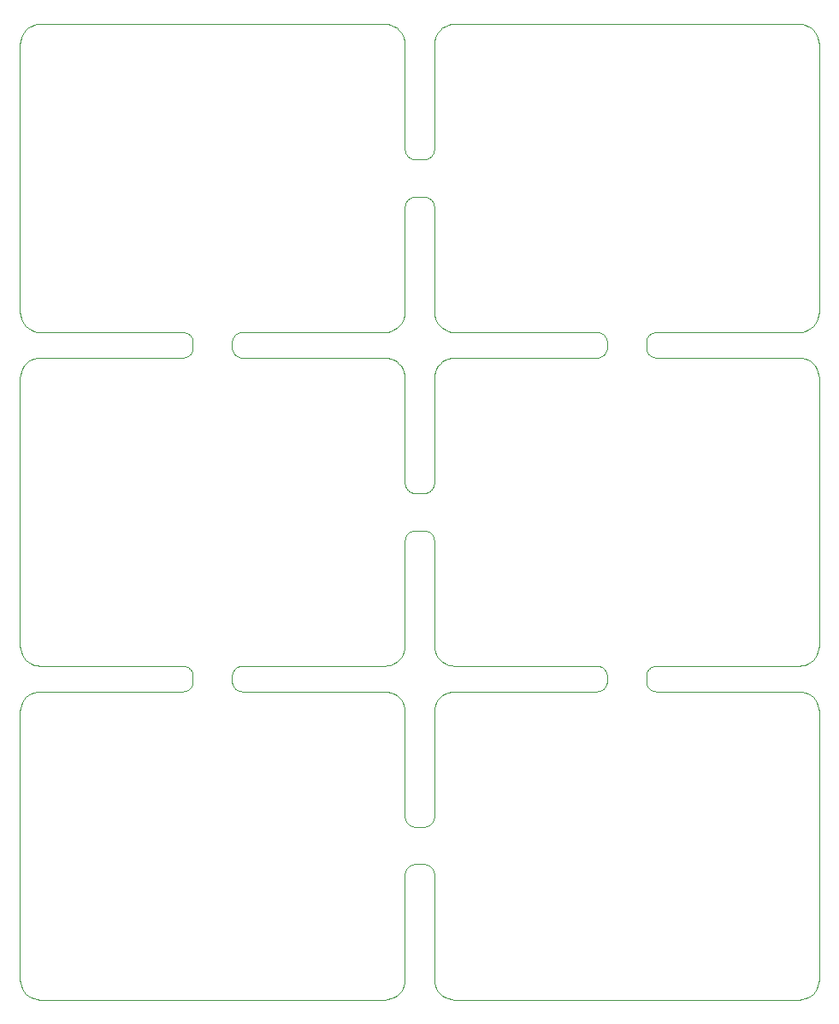
<source format=gko>
%MOIN*%
%OFA0B0*%
%FSLAX36Y36*%
%IPPOS*%
%LPD*%
%ADD10C,0*%
D10*
X001502519Y002550393D02*
X001502519Y002550393D01*
X001501549Y002562711D01*
X001498665Y002574726D01*
X001493936Y002586141D01*
X001487482Y002596675D01*
X001479456Y002606071D01*
X001470061Y002614096D01*
X001459526Y002620551D01*
X001448111Y002625280D01*
X001436096Y002628164D01*
X001423778Y002629133D01*
X000868326Y002629133D01*
X000865237Y002629255D01*
X000862167Y002629618D01*
X000859135Y002630221D01*
X000856160Y002631060D01*
X000853260Y002632130D01*
X000850452Y002633424D01*
X000847755Y002634935D01*
X000845185Y002636652D01*
X000842757Y002638566D01*
X000840487Y002640665D01*
X000838389Y002642935D01*
X000836475Y002645362D01*
X000834758Y002647933D01*
X000833247Y002650630D01*
X000831953Y002653437D01*
X000830883Y002656337D01*
X000830044Y002659313D01*
X000829441Y002662345D01*
X000829077Y002665414D01*
X000828956Y002668503D01*
X000828956Y002688976D01*
X000829077Y002692065D01*
X000829441Y002695135D01*
X000830044Y002698167D01*
X000830883Y002701142D01*
X000831953Y002704042D01*
X000833247Y002706850D01*
X000834758Y002709547D01*
X000836475Y002712117D01*
X000838389Y002714545D01*
X000840487Y002716815D01*
X000842757Y002718913D01*
X000845185Y002720827D01*
X000847755Y002722545D01*
X000850452Y002724055D01*
X000853260Y002725349D01*
X000856160Y002726419D01*
X000859135Y002727258D01*
X000862167Y002727861D01*
X000865237Y002728225D01*
X000868326Y002728346D01*
X001423778Y002728346D01*
X001436096Y002729316D01*
X001448111Y002732200D01*
X001459526Y002736928D01*
X001470061Y002743384D01*
X001479456Y002751408D01*
X001487482Y002760804D01*
X001493936Y002771339D01*
X001498665Y002782754D01*
X001501549Y002794769D01*
X001502519Y002807086D01*
X001502519Y003216038D01*
X001502641Y003219127D01*
X001503004Y003222196D01*
X001503607Y003225228D01*
X001504446Y003228204D01*
X001505516Y003231104D01*
X001506810Y003233911D01*
X001508321Y003236608D01*
X001510038Y003239179D01*
X001511952Y003241606D01*
X001514050Y003243876D01*
X001516321Y003245975D01*
X001518748Y003247889D01*
X001521319Y003249606D01*
X001524016Y003251117D01*
X001526823Y003252411D01*
X001529723Y003253481D01*
X001532699Y003254320D01*
X001535730Y003254923D01*
X001538800Y003255286D01*
X001541889Y003255408D01*
X001577322Y003255408D01*
X001580411Y003255286D01*
X001583481Y003254923D01*
X001586513Y003254320D01*
X001589488Y003253481D01*
X001592388Y003252411D01*
X001595196Y003251117D01*
X001597893Y003249606D01*
X001600463Y003247889D01*
X001602891Y003245975D01*
X001605161Y003243876D01*
X001607259Y003241606D01*
X001609173Y003239179D01*
X001610891Y003236608D01*
X001612401Y003233911D01*
X001613695Y003231104D01*
X001614765Y003228204D01*
X001615604Y003225228D01*
X001616208Y003222196D01*
X001616571Y003219127D01*
X001616692Y003216038D01*
X001616692Y002807086D01*
X001617662Y002794769D01*
X001620546Y002782754D01*
X001625274Y002771339D01*
X001631730Y002760804D01*
X001639755Y002751408D01*
X001649150Y002743384D01*
X001659685Y002736928D01*
X001671100Y002732200D01*
X001683115Y002729316D01*
X001695432Y002728346D01*
X002250886Y002728346D01*
X002253974Y002728225D01*
X002257044Y002727861D01*
X002260076Y002727258D01*
X002263052Y002726419D01*
X002265952Y002725349D01*
X002268759Y002724055D01*
X002271456Y002722545D01*
X002274027Y002720827D01*
X002276454Y002718913D01*
X002278724Y002716815D01*
X002280823Y002714545D01*
X002282737Y002712117D01*
X002284454Y002709547D01*
X002285965Y002706850D01*
X002287259Y002704042D01*
X002288329Y002701142D01*
X002289168Y002698167D01*
X002289771Y002695135D01*
X002290134Y002692065D01*
X002290256Y002688976D01*
X002290256Y002668503D01*
X002290134Y002665414D01*
X002289771Y002662345D01*
X002289168Y002659313D01*
X002288329Y002656337D01*
X002287259Y002653437D01*
X002285965Y002650630D01*
X002284454Y002647933D01*
X002282737Y002645362D01*
X002280823Y002642935D01*
X002278724Y002640665D01*
X002276454Y002638566D01*
X002274027Y002636652D01*
X002271456Y002634935D01*
X002268759Y002633424D01*
X002265952Y002632130D01*
X002263052Y002631060D01*
X002260076Y002630221D01*
X002257044Y002629618D01*
X002253974Y002629255D01*
X002250886Y002629133D01*
X001695432Y002629133D01*
X001683115Y002628164D01*
X001671100Y002625280D01*
X001659685Y002620551D01*
X001649150Y002614096D01*
X001639755Y002606071D01*
X001631730Y002596675D01*
X001625274Y002586140D01*
X001620546Y002574726D01*
X001617662Y002562711D01*
X001616692Y002550393D01*
X001616692Y002141442D01*
X001616571Y002138353D01*
X001616208Y002135283D01*
X001615604Y002132251D01*
X001614765Y002129276D01*
X001613695Y002126375D01*
X001612401Y002123568D01*
X001610891Y002120871D01*
X001609173Y002118301D01*
X001607259Y002115873D01*
X001605161Y002113603D01*
X001602891Y002111504D01*
X001600463Y002109591D01*
X001597893Y002107873D01*
X001595196Y002106363D01*
X001592388Y002105069D01*
X001589488Y002103999D01*
X001586513Y002103159D01*
X001583481Y002102556D01*
X001580411Y002102193D01*
X001577322Y002102072D01*
X001541889Y002102072D01*
X001538800Y002102193D01*
X001535730Y002102556D01*
X001532699Y002103159D01*
X001529723Y002103999D01*
X001526823Y002105069D01*
X001524016Y002106363D01*
X001521319Y002107873D01*
X001518748Y002109591D01*
X001516321Y002111504D01*
X001514050Y002113603D01*
X001511952Y002115873D01*
X001510038Y002118301D01*
X001508321Y002120871D01*
X001506810Y002123568D01*
X001505516Y002126375D01*
X001504446Y002129276D01*
X001503607Y002132251D01*
X001503004Y002135283D01*
X001502641Y002138353D01*
X001502519Y002141442D01*
X001502519Y002550393D01*
X001502519Y001251181D02*
X001502519Y001251181D01*
X001501549Y001263498D01*
X001498665Y001275513D01*
X001493936Y001286928D01*
X001487482Y001297463D01*
X001479456Y001306859D01*
X001470061Y001314883D01*
X001459526Y001321339D01*
X001448111Y001326067D01*
X001436096Y001328951D01*
X001423778Y001329921D01*
X000868326Y001329921D01*
X000865237Y001330042D01*
X000862167Y001330405D01*
X000859135Y001331009D01*
X000856160Y001331848D01*
X000853260Y001332918D01*
X000850452Y001334212D01*
X000847755Y001335722D01*
X000845185Y001337440D01*
X000842757Y001339354D01*
X000840487Y001341452D01*
X000838389Y001343722D01*
X000836475Y001346150D01*
X000834758Y001348720D01*
X000833247Y001351417D01*
X000831953Y001354225D01*
X000830883Y001357125D01*
X000830044Y001360100D01*
X000829441Y001363132D01*
X000829077Y001366202D01*
X000828956Y001369291D01*
X000828956Y001389763D01*
X000829077Y001392852D01*
X000829441Y001395922D01*
X000830044Y001398954D01*
X000830883Y001401929D01*
X000831953Y001404830D01*
X000833247Y001407637D01*
X000834758Y001410334D01*
X000836475Y001412905D01*
X000838389Y001415332D01*
X000840487Y001417602D01*
X000842757Y001419701D01*
X000845185Y001421614D01*
X000847755Y001423332D01*
X000850452Y001424842D01*
X000853260Y001426137D01*
X000856160Y001427207D01*
X000859135Y001428046D01*
X000862167Y001428649D01*
X000865237Y001429012D01*
X000868326Y001429133D01*
X001423778Y001429133D01*
X001436096Y001430103D01*
X001448111Y001432987D01*
X001459526Y001437716D01*
X001470061Y001444172D01*
X001479456Y001452196D01*
X001487482Y001461591D01*
X001493936Y001472127D01*
X001498665Y001483542D01*
X001501549Y001495556D01*
X001502519Y001507874D01*
X001502519Y001916825D01*
X001502641Y001919914D01*
X001503004Y001922984D01*
X001503607Y001926016D01*
X001504446Y001928991D01*
X001505516Y001931891D01*
X001506810Y001934699D01*
X001508321Y001937396D01*
X001510038Y001939966D01*
X001511952Y001942394D01*
X001514050Y001944664D01*
X001516321Y001946762D01*
X001518748Y001948676D01*
X001521319Y001950394D01*
X001524016Y001951904D01*
X001526823Y001953198D01*
X001529723Y001954268D01*
X001532699Y001955107D01*
X001535730Y001955710D01*
X001538800Y001956074D01*
X001541889Y001956195D01*
X001577322Y001956195D01*
X001580411Y001956074D01*
X001583481Y001955710D01*
X001586513Y001955107D01*
X001589488Y001954268D01*
X001592388Y001953198D01*
X001595196Y001951904D01*
X001597893Y001950394D01*
X001600463Y001948676D01*
X001602891Y001946762D01*
X001605161Y001944664D01*
X001607259Y001942394D01*
X001609173Y001939966D01*
X001610891Y001937396D01*
X001612401Y001934699D01*
X001613695Y001931891D01*
X001614765Y001928991D01*
X001615604Y001926016D01*
X001616208Y001922984D01*
X001616571Y001919914D01*
X001616692Y001916825D01*
X001616692Y001507874D01*
X001617662Y001495556D01*
X001620546Y001483542D01*
X001625274Y001472127D01*
X001631730Y001461591D01*
X001639755Y001452196D01*
X001649150Y001444172D01*
X001659685Y001437716D01*
X001671100Y001432987D01*
X001683115Y001430103D01*
X001695432Y001429133D01*
X002250886Y001429133D01*
X002253974Y001429012D01*
X002257044Y001428649D01*
X002260076Y001428046D01*
X002263052Y001427207D01*
X002265952Y001426137D01*
X002268759Y001424842D01*
X002271456Y001423332D01*
X002274027Y001421614D01*
X002276454Y001419701D01*
X002278724Y001417602D01*
X002280823Y001415332D01*
X002282737Y001412905D01*
X002284454Y001410334D01*
X002285965Y001407637D01*
X002287259Y001404830D01*
X002288329Y001401929D01*
X002289168Y001398954D01*
X002289771Y001395922D01*
X002290134Y001392852D01*
X002290256Y001389763D01*
X002290256Y001369291D01*
X002290134Y001366202D01*
X002289771Y001363132D01*
X002289168Y001360100D01*
X002288329Y001357125D01*
X002287259Y001354225D01*
X002285965Y001351417D01*
X002284454Y001348720D01*
X002282737Y001346150D01*
X002280823Y001343722D01*
X002278724Y001341452D01*
X002276454Y001339354D01*
X002274027Y001337440D01*
X002271456Y001335722D01*
X002268759Y001334212D01*
X002265952Y001332918D01*
X002263052Y001331848D01*
X002260076Y001331009D01*
X002257044Y001330405D01*
X002253974Y001330042D01*
X002250886Y001329921D01*
X001695432Y001329921D01*
X001683115Y001328951D01*
X001671100Y001326067D01*
X001659685Y001321339D01*
X001649150Y001314883D01*
X001639755Y001306859D01*
X001631730Y001297463D01*
X001625274Y001286928D01*
X001620546Y001275513D01*
X001617662Y001263498D01*
X001616692Y001251181D01*
X001616692Y000842229D01*
X001616571Y000839140D01*
X001616208Y000836070D01*
X001615604Y000833038D01*
X001614765Y000830063D01*
X001613695Y000827163D01*
X001612401Y000824355D01*
X001610891Y000821658D01*
X001609173Y000819088D01*
X001607259Y000816660D01*
X001605161Y000814390D01*
X001602891Y000812292D01*
X001600463Y000810378D01*
X001597893Y000808661D01*
X001595196Y000807150D01*
X001592388Y000805856D01*
X001589488Y000804786D01*
X001586513Y000803947D01*
X001583481Y000803344D01*
X001580411Y000802980D01*
X001577322Y000802859D01*
X001541889Y000802859D01*
X001538800Y000802980D01*
X001535730Y000803344D01*
X001532699Y000803947D01*
X001529723Y000804786D01*
X001526823Y000805856D01*
X001524016Y000807150D01*
X001521319Y000808661D01*
X001518748Y000810378D01*
X001516321Y000812292D01*
X001514050Y000814390D01*
X001511952Y000816660D01*
X001510038Y000819088D01*
X001508321Y000821658D01*
X001506810Y000824355D01*
X001505516Y000827163D01*
X001504446Y000830063D01*
X001503607Y000833038D01*
X001503004Y000836070D01*
X001502641Y000839140D01*
X001502519Y000842229D01*
X001502519Y001251181D01*
X000081259Y000129921D02*
X000081259Y000129921D01*
X001423778Y000129921D01*
X001436096Y000130890D01*
X001448111Y000133775D01*
X001459526Y000138503D01*
X001470061Y000144959D01*
X001479456Y000152983D01*
X001487482Y000162379D01*
X001493936Y000172914D01*
X001498665Y000184329D01*
X001501549Y000196343D01*
X001502519Y000208661D01*
X001502519Y000617612D01*
X001502641Y000620701D01*
X001503004Y000623771D01*
X001503607Y000626803D01*
X001504446Y000629778D01*
X001505516Y000632679D01*
X001506810Y000635486D01*
X001508321Y000638183D01*
X001510038Y000640754D01*
X001511952Y000643181D01*
X001514050Y000645451D01*
X001516321Y000647550D01*
X001518748Y000649463D01*
X001521319Y000651181D01*
X001524016Y000652691D01*
X001526823Y000653986D01*
X001529723Y000655056D01*
X001532699Y000655895D01*
X001535730Y000656498D01*
X001538800Y000656861D01*
X001541889Y000656982D01*
X001577322Y000656982D01*
X001580411Y000656861D01*
X001583481Y000656498D01*
X001586513Y000655895D01*
X001589488Y000655056D01*
X001592388Y000653986D01*
X001595196Y000652691D01*
X001597893Y000651181D01*
X001600463Y000649463D01*
X001602891Y000647550D01*
X001605161Y000645451D01*
X001607259Y000643181D01*
X001609173Y000640754D01*
X001610891Y000638183D01*
X001612401Y000635486D01*
X001613695Y000632679D01*
X001614765Y000629778D01*
X001615604Y000626803D01*
X001616208Y000623771D01*
X001616571Y000620701D01*
X001616692Y000617612D01*
X001616692Y000208661D01*
X001617662Y000196343D01*
X001620546Y000184329D01*
X001625274Y000172914D01*
X001631730Y000162379D01*
X001639755Y000152983D01*
X001649150Y000144959D01*
X001659685Y000138503D01*
X001671100Y000133775D01*
X001683115Y000130890D01*
X001695432Y000129921D01*
X003037952Y000129921D01*
X003050269Y000130890D01*
X003062285Y000133775D01*
X003073699Y000138503D01*
X003084234Y000144959D01*
X003093629Y000152983D01*
X003101655Y000162379D01*
X003108110Y000172914D01*
X003112839Y000184329D01*
X003115722Y000196343D01*
X003116692Y000208661D01*
X003116692Y001251181D01*
X003115722Y001263498D01*
X003112839Y001275513D01*
X003108110Y001286928D01*
X003101655Y001297463D01*
X003093629Y001306859D01*
X003084234Y001314883D01*
X003073699Y001321339D01*
X003062285Y001326067D01*
X003050269Y001328951D01*
X003037952Y001329921D01*
X002482499Y001329921D01*
X002479410Y001330042D01*
X002476340Y001330405D01*
X002473309Y001331009D01*
X002470333Y001331848D01*
X002467433Y001332918D01*
X002464626Y001334212D01*
X002461929Y001335722D01*
X002459358Y001337440D01*
X002456930Y001339354D01*
X002454660Y001341452D01*
X002452562Y001343722D01*
X002450648Y001346150D01*
X002448931Y001348720D01*
X002447420Y001351417D01*
X002446126Y001354225D01*
X002445056Y001357125D01*
X002444217Y001360100D01*
X002443614Y001363132D01*
X002443251Y001366202D01*
X002443129Y001369291D01*
X002443129Y001389763D01*
X002443251Y001392852D01*
X002443614Y001395922D01*
X002444217Y001398954D01*
X002445056Y001401929D01*
X002446126Y001404830D01*
X002447420Y001407637D01*
X002448931Y001410334D01*
X002450648Y001412905D01*
X002452562Y001415332D01*
X002454660Y001417602D01*
X002456930Y001419701D01*
X002459358Y001421614D01*
X002461929Y001423332D01*
X002464626Y001424842D01*
X002467433Y001426137D01*
X002470333Y001427207D01*
X002473309Y001428046D01*
X002476340Y001428649D01*
X002479410Y001429012D01*
X002482499Y001429133D01*
X003037952Y001429133D01*
X003050269Y001430103D01*
X003062285Y001432987D01*
X003073699Y001437716D01*
X003084234Y001444172D01*
X003093629Y001452196D01*
X003101655Y001461591D01*
X003108110Y001472127D01*
X003112839Y001483542D01*
X003115722Y001495556D01*
X003116692Y001507874D01*
X003116692Y002550393D01*
X003115722Y002562711D01*
X003112839Y002574726D01*
X003108110Y002586141D01*
X003101655Y002596675D01*
X003093629Y002606071D01*
X003084234Y002614096D01*
X003073699Y002620551D01*
X003062285Y002625280D01*
X003050269Y002628164D01*
X003037952Y002629133D01*
X002482499Y002629133D01*
X002479410Y002629255D01*
X002476340Y002629618D01*
X002473309Y002630221D01*
X002470333Y002631060D01*
X002467433Y002632130D01*
X002464626Y002633424D01*
X002461929Y002634935D01*
X002459358Y002636652D01*
X002456930Y002638566D01*
X002454660Y002640665D01*
X002452562Y002642935D01*
X002450648Y002645362D01*
X002448931Y002647933D01*
X002447420Y002650630D01*
X002446126Y002653437D01*
X002445056Y002656337D01*
X002444217Y002659313D01*
X002443614Y002662345D01*
X002443251Y002665414D01*
X002443129Y002668503D01*
X002443129Y002688976D01*
X002443251Y002692065D01*
X002443614Y002695135D01*
X002444217Y002698167D01*
X002445056Y002701142D01*
X002446126Y002704042D01*
X002447420Y002706850D01*
X002448931Y002709547D01*
X002450648Y002712117D01*
X002452562Y002714545D01*
X002454660Y002716815D01*
X002456930Y002718913D01*
X002459358Y002720827D01*
X002461929Y002722545D01*
X002464626Y002724055D01*
X002467433Y002725349D01*
X002470333Y002726419D01*
X002473309Y002727258D01*
X002476340Y002727861D01*
X002479410Y002728225D01*
X002482499Y002728346D01*
X003037952Y002728346D01*
X003050269Y002729316D01*
X003062285Y002732200D01*
X003073699Y002736928D01*
X003084234Y002743384D01*
X003093629Y002751408D01*
X003101655Y002760804D01*
X003108110Y002771339D01*
X003112839Y002782754D01*
X003115722Y002794769D01*
X003116692Y002807086D01*
X003116692Y003849606D01*
X003115722Y003861924D01*
X003112839Y003873938D01*
X003108110Y003885353D01*
X003101655Y003895888D01*
X003093629Y003905284D01*
X003084234Y003913308D01*
X003073699Y003919764D01*
X003062285Y003924492D01*
X003050269Y003927377D01*
X003037952Y003928346D01*
X001695432Y003928346D01*
X001683115Y003927377D01*
X001671100Y003924492D01*
X001659685Y003919764D01*
X001649150Y003913308D01*
X001639755Y003905284D01*
X001631730Y003895888D01*
X001625274Y003885353D01*
X001620546Y003873938D01*
X001617662Y003861924D01*
X001616692Y003849606D01*
X001616692Y003440654D01*
X001616571Y003437565D01*
X001616208Y003434495D01*
X001615604Y003431464D01*
X001614765Y003428488D01*
X001613695Y003425588D01*
X001612401Y003422781D01*
X001610891Y003420083D01*
X001609173Y003417513D01*
X001607259Y003415085D01*
X001605161Y003412815D01*
X001602891Y003410717D01*
X001600463Y003408803D01*
X001597893Y003407086D01*
X001595196Y003405575D01*
X001592388Y003404281D01*
X001589488Y003403211D01*
X001586513Y003402372D01*
X001583481Y003401769D01*
X001580411Y003401406D01*
X001577322Y003401284D01*
X001541889Y003401284D01*
X001538800Y003401406D01*
X001535730Y003401769D01*
X001532699Y003402372D01*
X001529723Y003403211D01*
X001526823Y003404281D01*
X001524016Y003405575D01*
X001521319Y003407086D01*
X001518748Y003408803D01*
X001516321Y003410717D01*
X001514050Y003412815D01*
X001511952Y003415085D01*
X001510038Y003417513D01*
X001508321Y003420083D01*
X001506810Y003422781D01*
X001505516Y003425588D01*
X001504446Y003428488D01*
X001503607Y003431464D01*
X001503004Y003434495D01*
X001502641Y003437565D01*
X001502519Y003440654D01*
X001502519Y003849606D01*
X001501549Y003861924D01*
X001498665Y003873938D01*
X001493936Y003885353D01*
X001487482Y003895888D01*
X001479456Y003905284D01*
X001470061Y003913308D01*
X001459526Y003919764D01*
X001448111Y003924492D01*
X001436096Y003927377D01*
X001423778Y003928346D01*
X000081259Y003928346D01*
X000068942Y003927377D01*
X000056927Y003924492D01*
X000045512Y003919764D01*
X000034976Y003913308D01*
X000025581Y003905284D01*
X000017557Y003895888D01*
X000011101Y003885353D01*
X000006373Y003873938D01*
X000003489Y003861924D01*
X000002519Y003849606D01*
X000002519Y002807086D01*
X000003489Y002794769D01*
X000006373Y002782754D01*
X000011101Y002771339D01*
X000017557Y002760804D01*
X000025581Y002751408D01*
X000034976Y002743384D01*
X000045512Y002736928D01*
X000056927Y002732200D01*
X000068942Y002729316D01*
X000081259Y002728346D01*
X000636712Y002728346D01*
X000639801Y002728225D01*
X000642871Y002727861D01*
X000645903Y002727258D01*
X000648878Y002726419D01*
X000651779Y002725349D01*
X000654586Y002724055D01*
X000657283Y002722545D01*
X000659853Y002720827D01*
X000662281Y002718913D01*
X000664551Y002716815D01*
X000666650Y002714545D01*
X000668563Y002712117D01*
X000670281Y002709547D01*
X000671791Y002706850D01*
X000673085Y002704042D01*
X000674155Y002701142D01*
X000674995Y002698167D01*
X000675598Y002695135D01*
X000675961Y002692065D01*
X000676082Y002688976D01*
X000676082Y002668503D01*
X000675961Y002665414D01*
X000675598Y002662345D01*
X000674995Y002659313D01*
X000674155Y002656337D01*
X000673085Y002653437D01*
X000671791Y002650630D01*
X000670281Y002647933D01*
X000668563Y002645362D01*
X000666650Y002642935D01*
X000664551Y002640665D01*
X000662281Y002638566D01*
X000659853Y002636652D01*
X000657283Y002634935D01*
X000654586Y002633424D01*
X000651779Y002632130D01*
X000648878Y002631060D01*
X000645903Y002630221D01*
X000642871Y002629618D01*
X000639801Y002629255D01*
X000636712Y002629133D01*
X000081259Y002629133D01*
X000068942Y002628164D01*
X000056927Y002625280D01*
X000045512Y002620551D01*
X000034976Y002614096D01*
X000025581Y002606071D01*
X000017557Y002596675D01*
X000011101Y002586140D01*
X000006373Y002574726D01*
X000003489Y002562711D01*
X000002519Y002550393D01*
X000002519Y001507874D01*
X000003489Y001495556D01*
X000006373Y001483542D01*
X000011101Y001472127D01*
X000017557Y001461591D01*
X000025581Y001452196D01*
X000034976Y001444172D01*
X000045512Y001437716D01*
X000056927Y001432987D01*
X000068942Y001430103D01*
X000081259Y001429133D01*
X000636712Y001429133D01*
X000639801Y001429012D01*
X000642871Y001428649D01*
X000645903Y001428046D01*
X000648878Y001427207D01*
X000651779Y001426137D01*
X000654586Y001424842D01*
X000657283Y001423332D01*
X000659853Y001421614D01*
X000662281Y001419701D01*
X000664551Y001417602D01*
X000666650Y001415332D01*
X000668563Y001412905D01*
X000670281Y001410334D01*
X000671791Y001407637D01*
X000673085Y001404830D01*
X000674155Y001401929D01*
X000674995Y001398954D01*
X000675598Y001395922D01*
X000675961Y001392852D01*
X000676082Y001389763D01*
X000676082Y001369291D01*
X000675961Y001366202D01*
X000675598Y001363132D01*
X000674995Y001360100D01*
X000674155Y001357125D01*
X000673085Y001354225D01*
X000671791Y001351417D01*
X000670281Y001348720D01*
X000668563Y001346150D01*
X000666650Y001343722D01*
X000664551Y001341452D01*
X000662281Y001339354D01*
X000659853Y001337440D01*
X000657283Y001335722D01*
X000654586Y001334212D01*
X000651779Y001332918D01*
X000648878Y001331848D01*
X000645903Y001331009D01*
X000642871Y001330405D01*
X000639801Y001330042D01*
X000636712Y001329921D01*
X000081259Y001329921D01*
X000068942Y001328951D01*
X000056927Y001326067D01*
X000045512Y001321339D01*
X000034976Y001314883D01*
X000025581Y001306859D01*
X000017557Y001297463D01*
X000011101Y001286928D01*
X000006373Y001275513D01*
X000003489Y001263498D01*
X000002519Y001251181D01*
X000002519Y000208661D01*
X000003489Y000196343D01*
X000006373Y000184329D01*
X000011101Y000172914D01*
X000017557Y000162379D01*
X000025581Y000152983D01*
X000034976Y000144959D01*
X000045512Y000138503D01*
X000056927Y000133775D01*
X000068942Y000130890D01*
X000081259Y000129921D01*
M02*
</source>
